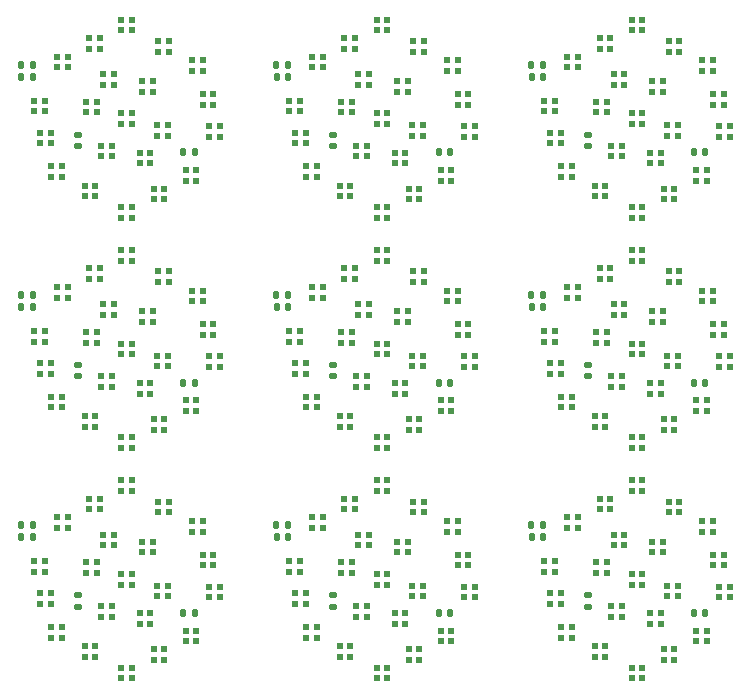
<source format=gbr>
%TF.GenerationSoftware,KiCad,Pcbnew,8.0.4*%
%TF.CreationDate,2024-10-17T14:22:23+11:00*%
%TF.ProjectId,panel,70616e65-6c2e-46b6-9963-61645f706362,rev?*%
%TF.SameCoordinates,Original*%
%TF.FileFunction,Paste,Top*%
%TF.FilePolarity,Positive*%
%FSLAX46Y46*%
G04 Gerber Fmt 4.6, Leading zero omitted, Abs format (unit mm)*
G04 Created by KiCad (PCBNEW 8.0.4) date 2024-10-17 14:22:23*
%MOMM*%
%LPD*%
G01*
G04 APERTURE LIST*
G04 Aperture macros list*
%AMRoundRect*
0 Rectangle with rounded corners*
0 $1 Rounding radius*
0 $2 $3 $4 $5 $6 $7 $8 $9 X,Y pos of 4 corners*
0 Add a 4 corners polygon primitive as box body*
4,1,4,$2,$3,$4,$5,$6,$7,$8,$9,$2,$3,0*
0 Add four circle primitives for the rounded corners*
1,1,$1+$1,$2,$3*
1,1,$1+$1,$4,$5*
1,1,$1+$1,$6,$7*
1,1,$1+$1,$8,$9*
0 Add four rect primitives between the rounded corners*
20,1,$1+$1,$2,$3,$4,$5,0*
20,1,$1+$1,$4,$5,$6,$7,0*
20,1,$1+$1,$6,$7,$8,$9,0*
20,1,$1+$1,$8,$9,$2,$3,0*%
G04 Aperture macros list end*
%ADD10R,0.500000X0.500000*%
%ADD11RoundRect,0.135000X0.135000X0.185000X-0.135000X0.185000X-0.135000X-0.185000X0.135000X-0.185000X0*%
%ADD12RoundRect,0.140000X0.170000X-0.140000X0.170000X0.140000X-0.170000X0.140000X-0.170000X-0.140000X0*%
%ADD13RoundRect,0.140000X-0.140000X-0.170000X0.140000X-0.170000X0.140000X0.170000X-0.140000X0.170000X0*%
G04 APERTURE END LIST*
D10*
%TO.C,D16*%
X59011072Y-52869873D03*
X59911072Y-52869873D03*
X59911072Y-51969873D03*
X59011072Y-51969873D03*
%TD*%
%TO.C,D5*%
X23318750Y-50807493D03*
X23318750Y-51707493D03*
X24218750Y-51707493D03*
X24218750Y-50807493D03*
%TD*%
%TO.C,D3*%
X38950000Y-27861434D03*
X38950000Y-28761434D03*
X39850000Y-28761434D03*
X39850000Y-27861434D03*
%TD*%
%TO.C,D5*%
X66518750Y-31307493D03*
X66518750Y-32207493D03*
X67418750Y-32207493D03*
X67418750Y-31307493D03*
%TD*%
%TO.C,D8*%
X23687500Y-41499224D03*
X23687500Y-40599224D03*
X22787500Y-40599224D03*
X22787500Y-41499224D03*
%TD*%
%TO.C,D2*%
X14631250Y-29431105D03*
X14631250Y-30331105D03*
X15531250Y-30331105D03*
X15531250Y-29431105D03*
%TD*%
%TO.C,D21*%
X63556527Y-57200000D03*
X64456527Y-57200000D03*
X64456527Y-56300000D03*
X63556527Y-56300000D03*
%TD*%
%TO.C,D3*%
X60550000Y-8361434D03*
X60550000Y-9261434D03*
X61450000Y-9261434D03*
X61450000Y-8361434D03*
%TD*%
%TO.C,D11*%
X36725000Y-23334347D03*
X36725000Y-22434347D03*
X35825000Y-22434347D03*
X35825000Y-23334347D03*
%TD*%
%TO.C,D11*%
X36725000Y-42834347D03*
X36725000Y-41934347D03*
X35825000Y-41934347D03*
X35825000Y-42834347D03*
%TD*%
%TO.C,D19*%
X58819464Y-38547595D03*
X58819464Y-39447595D03*
X59719464Y-39447595D03*
X59719464Y-38547595D03*
%TD*%
%TO.C,D4*%
X63675000Y-49165653D03*
X63675000Y-50065653D03*
X64575000Y-50065653D03*
X64575000Y-49165653D03*
%TD*%
D11*
%TO.C,R1*%
X31470000Y-51178000D03*
X30450000Y-51178000D03*
%TD*%
D10*
%TO.C,D8*%
X23687500Y-21999224D03*
X23687500Y-21099224D03*
X22787500Y-21099224D03*
X22787500Y-21999224D03*
%TD*%
%TO.C,D5*%
X23318750Y-31307493D03*
X23318750Y-32207493D03*
X24218750Y-32207493D03*
X24218750Y-31307493D03*
%TD*%
%TO.C,D17*%
X40680536Y-33052405D03*
X40680536Y-33952405D03*
X41580536Y-33952405D03*
X41580536Y-33052405D03*
%TD*%
%TO.C,D6*%
X45825000Y-14669726D03*
X45825000Y-15569726D03*
X46725000Y-15569726D03*
X46725000Y-14669726D03*
%TD*%
%TO.C,D15*%
X57543473Y-35700000D03*
X58443473Y-35700000D03*
X58443473Y-34800000D03*
X57543473Y-34800000D03*
%TD*%
%TO.C,D12*%
X33881250Y-21692507D03*
X33881250Y-20792507D03*
X32981250Y-20792507D03*
X32981250Y-21692507D03*
%TD*%
%TO.C,D1*%
X11912500Y-31000776D03*
X11912500Y-31900776D03*
X12812500Y-31900776D03*
X12812500Y-31000776D03*
%TD*%
%TO.C,D16*%
X37411072Y-52869873D03*
X38311072Y-52869873D03*
X38311072Y-51969873D03*
X37411072Y-51969873D03*
%TD*%
%TO.C,D16*%
X37411072Y-33369873D03*
X38311072Y-33369873D03*
X38311072Y-32469873D03*
X37411072Y-32469873D03*
%TD*%
%TO.C,D13*%
X54575000Y-18830274D03*
X54575000Y-17930274D03*
X53675000Y-17930274D03*
X53675000Y-18830274D03*
%TD*%
%TO.C,D1*%
X33512500Y-11500776D03*
X33512500Y-12400776D03*
X34412500Y-12400776D03*
X34412500Y-11500776D03*
%TD*%
%TO.C,D14*%
X10843750Y-16130422D03*
X10843750Y-15230422D03*
X9943750Y-15230422D03*
X9943750Y-16130422D03*
%TD*%
%TO.C,D12*%
X12281250Y-41192507D03*
X12281250Y-40292507D03*
X11381250Y-40292507D03*
X11381250Y-41192507D03*
%TD*%
%TO.C,D4*%
X63675000Y-29665653D03*
X63675000Y-30565653D03*
X64575000Y-30565653D03*
X64575000Y-29665653D03*
%TD*%
%TO.C,D21*%
X41956527Y-18200000D03*
X42856527Y-18200000D03*
X42856527Y-17300000D03*
X41956527Y-17300000D03*
%TD*%
D12*
%TO.C,C3*%
X56878000Y-58066000D03*
X56878000Y-57106000D03*
%TD*%
D10*
%TO.C,D13*%
X11375000Y-18830274D03*
X11375000Y-17930274D03*
X10475000Y-17930274D03*
X10475000Y-18830274D03*
%TD*%
D13*
%TO.C,C1*%
X8880000Y-32694000D03*
X9840000Y-32694000D03*
%TD*%
D10*
%TO.C,D15*%
X14343473Y-35700000D03*
X15243473Y-35700000D03*
X15243473Y-34800000D03*
X14343473Y-34800000D03*
%TD*%
D13*
%TO.C,C2*%
X65796000Y-39102000D03*
X66756000Y-39102000D03*
%TD*%
D10*
%TO.C,D8*%
X66887500Y-60999224D03*
X66887500Y-60099224D03*
X65987500Y-60099224D03*
X65987500Y-60999224D03*
%TD*%
%TO.C,D17*%
X40680536Y-13552405D03*
X40680536Y-14452405D03*
X41580536Y-14452405D03*
X41580536Y-13552405D03*
%TD*%
%TO.C,D10*%
X18250000Y-44638566D03*
X18250000Y-43738566D03*
X17350000Y-43738566D03*
X17350000Y-44638566D03*
%TD*%
%TO.C,D12*%
X55481250Y-21692507D03*
X55481250Y-20792507D03*
X54581250Y-20792507D03*
X54581250Y-21692507D03*
%TD*%
%TO.C,D12*%
X12281250Y-21692507D03*
X12281250Y-20792507D03*
X11381250Y-20792507D03*
X11381250Y-21692507D03*
%TD*%
%TO.C,D10*%
X61450000Y-64138566D03*
X61450000Y-63238566D03*
X60550000Y-63238566D03*
X60550000Y-64138566D03*
%TD*%
%TO.C,D4*%
X20475000Y-49165653D03*
X20475000Y-50065653D03*
X21375000Y-50065653D03*
X21375000Y-49165653D03*
%TD*%
%TO.C,D11*%
X58325000Y-42834347D03*
X58325000Y-41934347D03*
X57425000Y-41934347D03*
X57425000Y-42834347D03*
%TD*%
%TO.C,D7*%
X24756250Y-17369578D03*
X24756250Y-18269578D03*
X25656250Y-18269578D03*
X25656250Y-17369578D03*
%TD*%
%TO.C,D19*%
X37219464Y-19047595D03*
X37219464Y-19947595D03*
X38119464Y-19947595D03*
X38119464Y-19047595D03*
%TD*%
%TO.C,D1*%
X55112500Y-50500776D03*
X55112500Y-51400776D03*
X56012500Y-51400776D03*
X56012500Y-50500776D03*
%TD*%
%TO.C,D3*%
X38950000Y-47361434D03*
X38950000Y-48261434D03*
X39850000Y-48261434D03*
X39850000Y-47361434D03*
%TD*%
%TO.C,D7*%
X24756250Y-56369578D03*
X24756250Y-57269578D03*
X25656250Y-57269578D03*
X25656250Y-56369578D03*
%TD*%
%TO.C,D14*%
X54043750Y-35630422D03*
X54043750Y-34730422D03*
X53143750Y-34730422D03*
X53143750Y-35630422D03*
%TD*%
%TO.C,D6*%
X24225000Y-53669726D03*
X24225000Y-54569726D03*
X25125000Y-54569726D03*
X25125000Y-53669726D03*
%TD*%
%TO.C,D19*%
X37219464Y-58047595D03*
X37219464Y-58947595D03*
X38119464Y-58947595D03*
X38119464Y-58047595D03*
%TD*%
%TO.C,D20*%
X18888928Y-20530127D03*
X19788928Y-20530127D03*
X19788928Y-19630127D03*
X18888928Y-19630127D03*
%TD*%
%TO.C,D7*%
X67956250Y-17369578D03*
X67956250Y-18269578D03*
X68856250Y-18269578D03*
X68856250Y-17369578D03*
%TD*%
D13*
%TO.C,C2*%
X44196000Y-58602000D03*
X45156000Y-58602000D03*
%TD*%
D12*
%TO.C,C3*%
X13678000Y-58066000D03*
X13678000Y-57106000D03*
%TD*%
D10*
%TO.C,D10*%
X39850000Y-25138566D03*
X39850000Y-24238566D03*
X38950000Y-24238566D03*
X38950000Y-25138566D03*
%TD*%
%TO.C,D13*%
X32975000Y-38330274D03*
X32975000Y-37430274D03*
X32075000Y-37430274D03*
X32075000Y-38330274D03*
%TD*%
D12*
%TO.C,C3*%
X56878000Y-19066000D03*
X56878000Y-18106000D03*
%TD*%
D10*
%TO.C,D15*%
X35943473Y-35700000D03*
X36843473Y-35700000D03*
X36843473Y-34800000D03*
X35943473Y-34800000D03*
%TD*%
%TO.C,D1*%
X11912500Y-11500776D03*
X11912500Y-12400776D03*
X12812500Y-12400776D03*
X12812500Y-11500776D03*
%TD*%
%TO.C,D11*%
X58325000Y-23334347D03*
X58325000Y-22434347D03*
X57425000Y-22434347D03*
X57425000Y-23334347D03*
%TD*%
%TO.C,D10*%
X61450000Y-25138566D03*
X61450000Y-24238566D03*
X60550000Y-24238566D03*
X60550000Y-25138566D03*
%TD*%
%TO.C,D7*%
X67956250Y-36869578D03*
X67956250Y-37769578D03*
X68856250Y-37769578D03*
X68856250Y-36869578D03*
%TD*%
%TO.C,D9*%
X20968750Y-62568895D03*
X20968750Y-61668895D03*
X20068750Y-61668895D03*
X20068750Y-62568895D03*
%TD*%
%TO.C,D12*%
X33881250Y-41192507D03*
X33881250Y-40292507D03*
X32981250Y-40292507D03*
X32981250Y-41192507D03*
%TD*%
%TO.C,D17*%
X19080536Y-13552405D03*
X19080536Y-14452405D03*
X19980536Y-14452405D03*
X19980536Y-13552405D03*
%TD*%
%TO.C,D6*%
X67425000Y-14669726D03*
X67425000Y-15569726D03*
X68325000Y-15569726D03*
X68325000Y-14669726D03*
%TD*%
%TO.C,D20*%
X18888928Y-40030127D03*
X19788928Y-40030127D03*
X19788928Y-39130127D03*
X18888928Y-39130127D03*
%TD*%
%TO.C,D6*%
X24225000Y-34169726D03*
X24225000Y-35069726D03*
X25125000Y-35069726D03*
X25125000Y-34169726D03*
%TD*%
%TO.C,D8*%
X45287500Y-41499224D03*
X45287500Y-40599224D03*
X44387500Y-40599224D03*
X44387500Y-41499224D03*
%TD*%
%TO.C,D3*%
X17350000Y-8361434D03*
X17350000Y-9261434D03*
X18250000Y-9261434D03*
X18250000Y-8361434D03*
%TD*%
%TO.C,D9*%
X20968750Y-23568895D03*
X20968750Y-22668895D03*
X20068750Y-22668895D03*
X20068750Y-23568895D03*
%TD*%
%TO.C,D8*%
X66887500Y-21999224D03*
X66887500Y-21099224D03*
X65987500Y-21099224D03*
X65987500Y-21999224D03*
%TD*%
%TO.C,D15*%
X57543473Y-55200000D03*
X58443473Y-55200000D03*
X58443473Y-54300000D03*
X57543473Y-54300000D03*
%TD*%
%TO.C,D7*%
X46356250Y-56369578D03*
X46356250Y-57269578D03*
X47256250Y-57269578D03*
X47256250Y-56369578D03*
%TD*%
D13*
%TO.C,C1*%
X52080000Y-52194000D03*
X53040000Y-52194000D03*
%TD*%
%TO.C,C2*%
X65796000Y-58602000D03*
X66756000Y-58602000D03*
%TD*%
D12*
%TO.C,C3*%
X35278000Y-58066000D03*
X35278000Y-57106000D03*
%TD*%
D10*
%TO.C,D8*%
X45287500Y-60999224D03*
X45287500Y-60099224D03*
X44387500Y-60099224D03*
X44387500Y-60999224D03*
%TD*%
D11*
%TO.C,R1*%
X53070000Y-51178000D03*
X52050000Y-51178000D03*
%TD*%
D10*
%TO.C,D18*%
X38950000Y-55300000D03*
X38950000Y-56200000D03*
X39850000Y-56200000D03*
X39850000Y-55300000D03*
%TD*%
%TO.C,D17*%
X62280536Y-13552405D03*
X62280536Y-14452405D03*
X63180536Y-14452405D03*
X63180536Y-13552405D03*
%TD*%
%TO.C,D17*%
X19080536Y-33052405D03*
X19080536Y-33952405D03*
X19980536Y-33952405D03*
X19980536Y-33052405D03*
%TD*%
%TO.C,D15*%
X14343473Y-16200000D03*
X15243473Y-16200000D03*
X15243473Y-15300000D03*
X14343473Y-15300000D03*
%TD*%
%TO.C,D3*%
X60550000Y-27861434D03*
X60550000Y-28761434D03*
X61450000Y-28761434D03*
X61450000Y-27861434D03*
%TD*%
%TO.C,D1*%
X55112500Y-11500776D03*
X55112500Y-12400776D03*
X56012500Y-12400776D03*
X56012500Y-11500776D03*
%TD*%
%TO.C,D21*%
X41956527Y-37700000D03*
X42856527Y-37700000D03*
X42856527Y-36800000D03*
X41956527Y-36800000D03*
%TD*%
D12*
%TO.C,C3*%
X35278000Y-19066000D03*
X35278000Y-18106000D03*
%TD*%
D10*
%TO.C,D16*%
X37411072Y-13869873D03*
X38311072Y-13869873D03*
X38311072Y-12969873D03*
X37411072Y-12969873D03*
%TD*%
%TO.C,D21*%
X20356527Y-57200000D03*
X21256527Y-57200000D03*
X21256527Y-56300000D03*
X20356527Y-56300000D03*
%TD*%
%TO.C,D13*%
X54575000Y-38330274D03*
X54575000Y-37430274D03*
X53675000Y-37430274D03*
X53675000Y-38330274D03*
%TD*%
%TO.C,D4*%
X20475000Y-29665653D03*
X20475000Y-30565653D03*
X21375000Y-30565653D03*
X21375000Y-29665653D03*
%TD*%
D11*
%TO.C,R1*%
X53070000Y-12178000D03*
X52050000Y-12178000D03*
%TD*%
D10*
%TO.C,D20*%
X40488928Y-59530127D03*
X41388928Y-59530127D03*
X41388928Y-58630127D03*
X40488928Y-58630127D03*
%TD*%
D13*
%TO.C,C1*%
X52080000Y-13194000D03*
X53040000Y-13194000D03*
%TD*%
D10*
%TO.C,D5*%
X44918750Y-11807493D03*
X44918750Y-12707493D03*
X45818750Y-12707493D03*
X45818750Y-11807493D03*
%TD*%
D11*
%TO.C,R1*%
X31470000Y-12178000D03*
X30450000Y-12178000D03*
%TD*%
D10*
%TO.C,D6*%
X45825000Y-34169726D03*
X45825000Y-35069726D03*
X46725000Y-35069726D03*
X46725000Y-34169726D03*
%TD*%
%TO.C,D18*%
X38950000Y-35800000D03*
X38950000Y-36700000D03*
X39850000Y-36700000D03*
X39850000Y-35800000D03*
%TD*%
%TO.C,D18*%
X17350000Y-35800000D03*
X17350000Y-36700000D03*
X18250000Y-36700000D03*
X18250000Y-35800000D03*
%TD*%
%TO.C,D13*%
X11375000Y-38330274D03*
X11375000Y-37430274D03*
X10475000Y-37430274D03*
X10475000Y-38330274D03*
%TD*%
%TO.C,D13*%
X11375000Y-57830274D03*
X11375000Y-56930274D03*
X10475000Y-56930274D03*
X10475000Y-57830274D03*
%TD*%
%TO.C,D19*%
X15619464Y-38547595D03*
X15619464Y-39447595D03*
X16519464Y-39447595D03*
X16519464Y-38547595D03*
%TD*%
%TO.C,D2*%
X57831250Y-9931105D03*
X57831250Y-10831105D03*
X58731250Y-10831105D03*
X58731250Y-9931105D03*
%TD*%
%TO.C,D9*%
X64168750Y-23568895D03*
X64168750Y-22668895D03*
X63268750Y-22668895D03*
X63268750Y-23568895D03*
%TD*%
%TO.C,D4*%
X42075000Y-10165653D03*
X42075000Y-11065653D03*
X42975000Y-11065653D03*
X42975000Y-10165653D03*
%TD*%
%TO.C,D11*%
X58325000Y-62334347D03*
X58325000Y-61434347D03*
X57425000Y-61434347D03*
X57425000Y-62334347D03*
%TD*%
%TO.C,D20*%
X62088928Y-59530127D03*
X62988928Y-59530127D03*
X62988928Y-58630127D03*
X62088928Y-58630127D03*
%TD*%
%TO.C,D5*%
X66518750Y-50807493D03*
X66518750Y-51707493D03*
X67418750Y-51707493D03*
X67418750Y-50807493D03*
%TD*%
D11*
%TO.C,R1*%
X53070000Y-31678000D03*
X52050000Y-31678000D03*
%TD*%
D10*
%TO.C,D18*%
X17350000Y-55300000D03*
X17350000Y-56200000D03*
X18250000Y-56200000D03*
X18250000Y-55300000D03*
%TD*%
%TO.C,D14*%
X54043750Y-16130422D03*
X54043750Y-15230422D03*
X53143750Y-15230422D03*
X53143750Y-16130422D03*
%TD*%
%TO.C,D1*%
X11912500Y-50500776D03*
X11912500Y-51400776D03*
X12812500Y-51400776D03*
X12812500Y-50500776D03*
%TD*%
%TO.C,D10*%
X61450000Y-44638566D03*
X61450000Y-43738566D03*
X60550000Y-43738566D03*
X60550000Y-44638566D03*
%TD*%
%TO.C,D5*%
X44918750Y-31307493D03*
X44918750Y-32207493D03*
X45818750Y-32207493D03*
X45818750Y-31307493D03*
%TD*%
%TO.C,D3*%
X17350000Y-47361434D03*
X17350000Y-48261434D03*
X18250000Y-48261434D03*
X18250000Y-47361434D03*
%TD*%
%TO.C,D21*%
X20356527Y-37700000D03*
X21256527Y-37700000D03*
X21256527Y-36800000D03*
X20356527Y-36800000D03*
%TD*%
D13*
%TO.C,C2*%
X22596000Y-39102000D03*
X23556000Y-39102000D03*
%TD*%
D10*
%TO.C,D12*%
X33881250Y-60692507D03*
X33881250Y-59792507D03*
X32981250Y-59792507D03*
X32981250Y-60692507D03*
%TD*%
%TO.C,D21*%
X41956527Y-57200000D03*
X42856527Y-57200000D03*
X42856527Y-56300000D03*
X41956527Y-56300000D03*
%TD*%
%TO.C,D4*%
X42075000Y-49165653D03*
X42075000Y-50065653D03*
X42975000Y-50065653D03*
X42975000Y-49165653D03*
%TD*%
%TO.C,D2*%
X57831250Y-48931105D03*
X57831250Y-49831105D03*
X58731250Y-49831105D03*
X58731250Y-48931105D03*
%TD*%
%TO.C,D10*%
X39850000Y-44638566D03*
X39850000Y-43738566D03*
X38950000Y-43738566D03*
X38950000Y-44638566D03*
%TD*%
D13*
%TO.C,C2*%
X44196000Y-19602000D03*
X45156000Y-19602000D03*
%TD*%
D10*
%TO.C,D7*%
X24756250Y-36869578D03*
X24756250Y-37769578D03*
X25656250Y-37769578D03*
X25656250Y-36869578D03*
%TD*%
D13*
%TO.C,C1*%
X30480000Y-32694000D03*
X31440000Y-32694000D03*
%TD*%
D11*
%TO.C,R1*%
X31470000Y-31678000D03*
X30450000Y-31678000D03*
%TD*%
D10*
%TO.C,D6*%
X67425000Y-53669726D03*
X67425000Y-54569726D03*
X68325000Y-54569726D03*
X68325000Y-53669726D03*
%TD*%
D12*
%TO.C,C3*%
X13678000Y-19066000D03*
X13678000Y-18106000D03*
%TD*%
D10*
%TO.C,D21*%
X63556527Y-18200000D03*
X64456527Y-18200000D03*
X64456527Y-17300000D03*
X63556527Y-17300000D03*
%TD*%
%TO.C,D7*%
X46356250Y-36869578D03*
X46356250Y-37769578D03*
X47256250Y-37769578D03*
X47256250Y-36869578D03*
%TD*%
%TO.C,D12*%
X12281250Y-60692507D03*
X12281250Y-59792507D03*
X11381250Y-59792507D03*
X11381250Y-60692507D03*
%TD*%
%TO.C,D3*%
X17350000Y-27861434D03*
X17350000Y-28761434D03*
X18250000Y-28761434D03*
X18250000Y-27861434D03*
%TD*%
%TO.C,D18*%
X60550000Y-55300000D03*
X60550000Y-56200000D03*
X61450000Y-56200000D03*
X61450000Y-55300000D03*
%TD*%
%TO.C,D21*%
X20356527Y-18200000D03*
X21256527Y-18200000D03*
X21256527Y-17300000D03*
X20356527Y-17300000D03*
%TD*%
%TO.C,D4*%
X63675000Y-10165653D03*
X63675000Y-11065653D03*
X64575000Y-11065653D03*
X64575000Y-10165653D03*
%TD*%
%TO.C,D10*%
X18250000Y-25138566D03*
X18250000Y-24238566D03*
X17350000Y-24238566D03*
X17350000Y-25138566D03*
%TD*%
%TO.C,D8*%
X45287500Y-21999224D03*
X45287500Y-21099224D03*
X44387500Y-21099224D03*
X44387500Y-21999224D03*
%TD*%
%TO.C,D9*%
X64168750Y-62568895D03*
X64168750Y-61668895D03*
X63268750Y-61668895D03*
X63268750Y-62568895D03*
%TD*%
D13*
%TO.C,C1*%
X30480000Y-13194000D03*
X31440000Y-13194000D03*
%TD*%
D10*
%TO.C,D20*%
X18888928Y-59530127D03*
X19788928Y-59530127D03*
X19788928Y-58630127D03*
X18888928Y-58630127D03*
%TD*%
%TO.C,D18*%
X60550000Y-35800000D03*
X60550000Y-36700000D03*
X61450000Y-36700000D03*
X61450000Y-35800000D03*
%TD*%
%TO.C,D6*%
X24225000Y-14669726D03*
X24225000Y-15569726D03*
X25125000Y-15569726D03*
X25125000Y-14669726D03*
%TD*%
%TO.C,D11*%
X15125000Y-42834347D03*
X15125000Y-41934347D03*
X14225000Y-41934347D03*
X14225000Y-42834347D03*
%TD*%
%TO.C,D14*%
X32443750Y-16130422D03*
X32443750Y-15230422D03*
X31543750Y-15230422D03*
X31543750Y-16130422D03*
%TD*%
%TO.C,D1*%
X55112500Y-31000776D03*
X55112500Y-31900776D03*
X56012500Y-31900776D03*
X56012500Y-31000776D03*
%TD*%
%TO.C,D15*%
X35943473Y-55200000D03*
X36843473Y-55200000D03*
X36843473Y-54300000D03*
X35943473Y-54300000D03*
%TD*%
%TO.C,D1*%
X33512500Y-31000776D03*
X33512500Y-31900776D03*
X34412500Y-31900776D03*
X34412500Y-31000776D03*
%TD*%
%TO.C,D14*%
X10843750Y-35630422D03*
X10843750Y-34730422D03*
X9943750Y-34730422D03*
X9943750Y-35630422D03*
%TD*%
%TO.C,D6*%
X67425000Y-34169726D03*
X67425000Y-35069726D03*
X68325000Y-35069726D03*
X68325000Y-34169726D03*
%TD*%
%TO.C,D7*%
X46356250Y-17369578D03*
X46356250Y-18269578D03*
X47256250Y-18269578D03*
X47256250Y-17369578D03*
%TD*%
%TO.C,D2*%
X14631250Y-48931105D03*
X14631250Y-49831105D03*
X15531250Y-49831105D03*
X15531250Y-48931105D03*
%TD*%
%TO.C,D8*%
X23687500Y-60999224D03*
X23687500Y-60099224D03*
X22787500Y-60099224D03*
X22787500Y-60999224D03*
%TD*%
%TO.C,D17*%
X62280536Y-52552405D03*
X62280536Y-53452405D03*
X63180536Y-53452405D03*
X63180536Y-52552405D03*
%TD*%
D13*
%TO.C,C1*%
X52080000Y-32694000D03*
X53040000Y-32694000D03*
%TD*%
D10*
%TO.C,D19*%
X15619464Y-19047595D03*
X15619464Y-19947595D03*
X16519464Y-19947595D03*
X16519464Y-19047595D03*
%TD*%
%TO.C,D2*%
X36231250Y-29431105D03*
X36231250Y-30331105D03*
X37131250Y-30331105D03*
X37131250Y-29431105D03*
%TD*%
D13*
%TO.C,C1*%
X30480000Y-52194000D03*
X31440000Y-52194000D03*
%TD*%
D10*
%TO.C,D14*%
X10843750Y-55130422D03*
X10843750Y-54230422D03*
X9943750Y-54230422D03*
X9943750Y-55130422D03*
%TD*%
%TO.C,D10*%
X39850000Y-64138566D03*
X39850000Y-63238566D03*
X38950000Y-63238566D03*
X38950000Y-64138566D03*
%TD*%
%TO.C,D13*%
X32975000Y-57830274D03*
X32975000Y-56930274D03*
X32075000Y-56930274D03*
X32075000Y-57830274D03*
%TD*%
%TO.C,D11*%
X15125000Y-23334347D03*
X15125000Y-22434347D03*
X14225000Y-22434347D03*
X14225000Y-23334347D03*
%TD*%
%TO.C,D15*%
X57543473Y-16200000D03*
X58443473Y-16200000D03*
X58443473Y-15300000D03*
X57543473Y-15300000D03*
%TD*%
%TO.C,D16*%
X15811072Y-52869873D03*
X16711072Y-52869873D03*
X16711072Y-51969873D03*
X15811072Y-51969873D03*
%TD*%
%TO.C,D5*%
X23318750Y-11807493D03*
X23318750Y-12707493D03*
X24218750Y-12707493D03*
X24218750Y-11807493D03*
%TD*%
%TO.C,D18*%
X60550000Y-16300000D03*
X60550000Y-17200000D03*
X61450000Y-17200000D03*
X61450000Y-16300000D03*
%TD*%
D12*
%TO.C,C3*%
X13678000Y-38566000D03*
X13678000Y-37606000D03*
%TD*%
D10*
%TO.C,D3*%
X60550000Y-47361434D03*
X60550000Y-48261434D03*
X61450000Y-48261434D03*
X61450000Y-47361434D03*
%TD*%
%TO.C,D14*%
X32443750Y-55130422D03*
X32443750Y-54230422D03*
X31543750Y-54230422D03*
X31543750Y-55130422D03*
%TD*%
%TO.C,D5*%
X44918750Y-50807493D03*
X44918750Y-51707493D03*
X45818750Y-51707493D03*
X45818750Y-50807493D03*
%TD*%
%TO.C,D7*%
X67956250Y-56369578D03*
X67956250Y-57269578D03*
X68856250Y-57269578D03*
X68856250Y-56369578D03*
%TD*%
%TO.C,D19*%
X15619464Y-58047595D03*
X15619464Y-58947595D03*
X16519464Y-58947595D03*
X16519464Y-58047595D03*
%TD*%
%TO.C,D11*%
X36725000Y-62334347D03*
X36725000Y-61434347D03*
X35825000Y-61434347D03*
X35825000Y-62334347D03*
%TD*%
%TO.C,D9*%
X42568750Y-23568895D03*
X42568750Y-22668895D03*
X41668750Y-22668895D03*
X41668750Y-23568895D03*
%TD*%
D13*
%TO.C,C1*%
X8880000Y-13194000D03*
X9840000Y-13194000D03*
%TD*%
D10*
%TO.C,D18*%
X17350000Y-16300000D03*
X17350000Y-17200000D03*
X18250000Y-17200000D03*
X18250000Y-16300000D03*
%TD*%
D13*
%TO.C,C2*%
X22596000Y-58602000D03*
X23556000Y-58602000D03*
%TD*%
D10*
%TO.C,D20*%
X62088928Y-40030127D03*
X62988928Y-40030127D03*
X62988928Y-39130127D03*
X62088928Y-39130127D03*
%TD*%
%TO.C,D8*%
X66887500Y-41499224D03*
X66887500Y-40599224D03*
X65987500Y-40599224D03*
X65987500Y-41499224D03*
%TD*%
%TO.C,D16*%
X59011072Y-13869873D03*
X59911072Y-13869873D03*
X59911072Y-12969873D03*
X59011072Y-12969873D03*
%TD*%
%TO.C,D13*%
X32975000Y-18830274D03*
X32975000Y-17930274D03*
X32075000Y-17930274D03*
X32075000Y-18830274D03*
%TD*%
D13*
%TO.C,C2*%
X22596000Y-19602000D03*
X23556000Y-19602000D03*
%TD*%
D10*
%TO.C,D9*%
X42568750Y-43068895D03*
X42568750Y-42168895D03*
X41668750Y-42168895D03*
X41668750Y-43068895D03*
%TD*%
%TO.C,D19*%
X37219464Y-38547595D03*
X37219464Y-39447595D03*
X38119464Y-39447595D03*
X38119464Y-38547595D03*
%TD*%
%TO.C,D16*%
X15811072Y-33369873D03*
X16711072Y-33369873D03*
X16711072Y-32469873D03*
X15811072Y-32469873D03*
%TD*%
%TO.C,D21*%
X63556527Y-37700000D03*
X64456527Y-37700000D03*
X64456527Y-36800000D03*
X63556527Y-36800000D03*
%TD*%
%TO.C,D13*%
X54575000Y-57830274D03*
X54575000Y-56930274D03*
X53675000Y-56930274D03*
X53675000Y-57830274D03*
%TD*%
%TO.C,D11*%
X15125000Y-62334347D03*
X15125000Y-61434347D03*
X14225000Y-61434347D03*
X14225000Y-62334347D03*
%TD*%
%TO.C,D16*%
X15811072Y-13869873D03*
X16711072Y-13869873D03*
X16711072Y-12969873D03*
X15811072Y-12969873D03*
%TD*%
%TO.C,D9*%
X64168750Y-43068895D03*
X64168750Y-42168895D03*
X63268750Y-42168895D03*
X63268750Y-43068895D03*
%TD*%
%TO.C,D4*%
X20475000Y-10165653D03*
X20475000Y-11065653D03*
X21375000Y-11065653D03*
X21375000Y-10165653D03*
%TD*%
%TO.C,D19*%
X58819464Y-19047595D03*
X58819464Y-19947595D03*
X59719464Y-19947595D03*
X59719464Y-19047595D03*
%TD*%
D12*
%TO.C,C3*%
X35278000Y-38566000D03*
X35278000Y-37606000D03*
%TD*%
D10*
%TO.C,D20*%
X40488928Y-40030127D03*
X41388928Y-40030127D03*
X41388928Y-39130127D03*
X40488928Y-39130127D03*
%TD*%
%TO.C,D12*%
X55481250Y-41192507D03*
X55481250Y-40292507D03*
X54581250Y-40292507D03*
X54581250Y-41192507D03*
%TD*%
%TO.C,D2*%
X14631250Y-9931105D03*
X14631250Y-10831105D03*
X15531250Y-10831105D03*
X15531250Y-9931105D03*
%TD*%
%TO.C,D17*%
X19080536Y-52552405D03*
X19080536Y-53452405D03*
X19980536Y-53452405D03*
X19980536Y-52552405D03*
%TD*%
%TO.C,D2*%
X36231250Y-9931105D03*
X36231250Y-10831105D03*
X37131250Y-10831105D03*
X37131250Y-9931105D03*
%TD*%
%TO.C,D10*%
X18250000Y-64138566D03*
X18250000Y-63238566D03*
X17350000Y-63238566D03*
X17350000Y-64138566D03*
%TD*%
%TO.C,D3*%
X38950000Y-8361434D03*
X38950000Y-9261434D03*
X39850000Y-9261434D03*
X39850000Y-8361434D03*
%TD*%
%TO.C,D19*%
X58819464Y-58047595D03*
X58819464Y-58947595D03*
X59719464Y-58947595D03*
X59719464Y-58047595D03*
%TD*%
%TO.C,D2*%
X36231250Y-48931105D03*
X36231250Y-49831105D03*
X37131250Y-49831105D03*
X37131250Y-48931105D03*
%TD*%
%TO.C,D16*%
X59011072Y-33369873D03*
X59911072Y-33369873D03*
X59911072Y-32469873D03*
X59011072Y-32469873D03*
%TD*%
%TO.C,D18*%
X38950000Y-16300000D03*
X38950000Y-17200000D03*
X39850000Y-17200000D03*
X39850000Y-16300000D03*
%TD*%
D11*
%TO.C,R1*%
X9870000Y-31678000D03*
X8850000Y-31678000D03*
%TD*%
D10*
%TO.C,D15*%
X14343473Y-55200000D03*
X15243473Y-55200000D03*
X15243473Y-54300000D03*
X14343473Y-54300000D03*
%TD*%
%TO.C,D12*%
X55481250Y-60692507D03*
X55481250Y-59792507D03*
X54581250Y-59792507D03*
X54581250Y-60692507D03*
%TD*%
D13*
%TO.C,C2*%
X65796000Y-19602000D03*
X66756000Y-19602000D03*
%TD*%
D10*
%TO.C,D15*%
X35943473Y-16200000D03*
X36843473Y-16200000D03*
X36843473Y-15300000D03*
X35943473Y-15300000D03*
%TD*%
D11*
%TO.C,R1*%
X9870000Y-12178000D03*
X8850000Y-12178000D03*
%TD*%
D10*
%TO.C,D9*%
X42568750Y-62568895D03*
X42568750Y-61668895D03*
X41668750Y-61668895D03*
X41668750Y-62568895D03*
%TD*%
%TO.C,D14*%
X54043750Y-55130422D03*
X54043750Y-54230422D03*
X53143750Y-54230422D03*
X53143750Y-55130422D03*
%TD*%
%TO.C,D9*%
X20968750Y-43068895D03*
X20968750Y-42168895D03*
X20068750Y-42168895D03*
X20068750Y-43068895D03*
%TD*%
%TO.C,D17*%
X40680536Y-52552405D03*
X40680536Y-53452405D03*
X41580536Y-53452405D03*
X41580536Y-52552405D03*
%TD*%
%TO.C,D5*%
X66518750Y-11807493D03*
X66518750Y-12707493D03*
X67418750Y-12707493D03*
X67418750Y-11807493D03*
%TD*%
D12*
%TO.C,C3*%
X56878000Y-38566000D03*
X56878000Y-37606000D03*
%TD*%
D10*
%TO.C,D1*%
X33512500Y-50500776D03*
X33512500Y-51400776D03*
X34412500Y-51400776D03*
X34412500Y-50500776D03*
%TD*%
%TO.C,D4*%
X42075000Y-29665653D03*
X42075000Y-30565653D03*
X42975000Y-30565653D03*
X42975000Y-29665653D03*
%TD*%
D13*
%TO.C,C2*%
X44196000Y-39102000D03*
X45156000Y-39102000D03*
%TD*%
D10*
%TO.C,D6*%
X45825000Y-53669726D03*
X45825000Y-54569726D03*
X46725000Y-54569726D03*
X46725000Y-53669726D03*
%TD*%
D13*
%TO.C,C1*%
X8880000Y-52194000D03*
X9840000Y-52194000D03*
%TD*%
D10*
%TO.C,D20*%
X62088928Y-20530127D03*
X62988928Y-20530127D03*
X62988928Y-19630127D03*
X62088928Y-19630127D03*
%TD*%
%TO.C,D14*%
X32443750Y-35630422D03*
X32443750Y-34730422D03*
X31543750Y-34730422D03*
X31543750Y-35630422D03*
%TD*%
%TO.C,D17*%
X62280536Y-33052405D03*
X62280536Y-33952405D03*
X63180536Y-33952405D03*
X63180536Y-33052405D03*
%TD*%
D11*
%TO.C,R1*%
X9870000Y-51178000D03*
X8850000Y-51178000D03*
%TD*%
D10*
%TO.C,D2*%
X57831250Y-29431105D03*
X57831250Y-30331105D03*
X58731250Y-30331105D03*
X58731250Y-29431105D03*
%TD*%
%TO.C,D20*%
X40488928Y-20530127D03*
X41388928Y-20530127D03*
X41388928Y-19630127D03*
X40488928Y-19630127D03*
%TD*%
M02*

</source>
